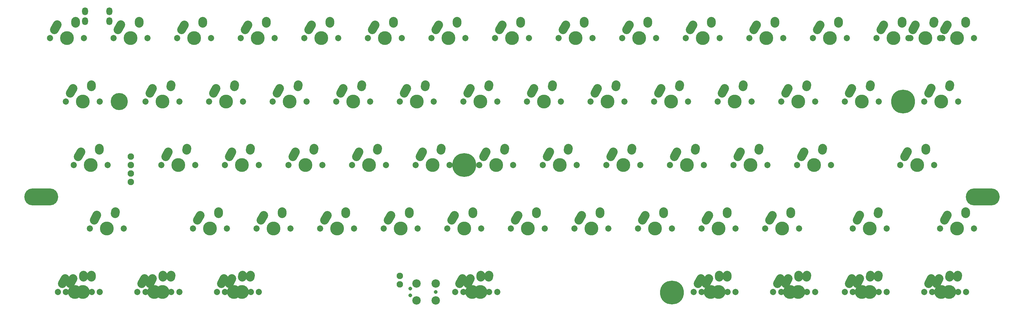
<source format=gts>
G04 #@! TF.FileFunction,Soldermask,Top*
%FSLAX46Y46*%
G04 Gerber Fmt 4.6, Leading zero omitted, Abs format (unit mm)*
G04 Created by KiCad (PCBNEW (2015-07-17 BZR 5958)-product) date 8/7/2015 2:15:52 AM*
%MOMM*%
G01*
G04 APERTURE LIST*
%ADD10C,0.150000*%
%ADD11C,7.152640*%
%ADD12C,5.153660*%
%ADD13O,10.152380X5.153660*%
%ADD14C,1.143010*%
%ADD15C,2.527310*%
%ADD16C,4.140210*%
%ADD17C,1.854210*%
%ADD18C,2.652400*%
%ADD19C,1.952400*%
%ADD20O,1.802400X2.352400*%
G04 APERTURE END LIST*
D10*
D11*
X190504000Y-111921000D03*
X252689000Y-150221000D03*
X321940000Y-92920800D03*
D12*
X87109300Y-92920800D03*
D13*
X63748900Y-121521000D03*
X345831000Y-121521000D03*
D14*
X181913000Y-150019000D03*
X174293000Y-149003000D03*
X174293000Y-151035000D03*
D15*
X181913000Y-147479000D03*
X176198000Y-147479000D03*
X181913000Y-152559000D03*
X176198000Y-152559000D03*
D16*
X71437500Y-73818800D03*
D17*
X66357500Y-73818800D03*
X76517500Y-73818800D03*
D18*
X68437953Y-69818846D02*
X67627047Y-71278754D01*
X73977224Y-68739472D02*
X73937776Y-69318128D01*
D16*
X90487500Y-73818800D03*
D17*
X85407500Y-73818800D03*
X95567500Y-73818800D03*
D18*
X87487953Y-69818846D02*
X86677047Y-71278754D01*
X93027224Y-68739472D02*
X92987776Y-69318128D01*
D16*
X109538000Y-73820000D03*
D17*
X104458000Y-73820000D03*
X114618000Y-73820000D03*
D18*
X106538453Y-69820046D02*
X105727547Y-71279954D01*
X112077724Y-68740672D02*
X112038276Y-69319328D01*
D16*
X128588000Y-73820000D03*
D17*
X123508000Y-73820000D03*
X133668000Y-73820000D03*
D18*
X125588453Y-69820046D02*
X124777547Y-71279954D01*
X131127724Y-68740672D02*
X131088276Y-69319328D01*
D16*
X147638000Y-73820000D03*
D17*
X142558000Y-73820000D03*
X152718000Y-73820000D03*
D18*
X144638453Y-69820046D02*
X143827547Y-71279954D01*
X150177724Y-68740672D02*
X150138276Y-69319328D01*
D16*
X166688000Y-73820000D03*
D17*
X161608000Y-73820000D03*
X171768000Y-73820000D03*
D18*
X163688453Y-69820046D02*
X162877547Y-71279954D01*
X169227724Y-68740672D02*
X169188276Y-69319328D01*
D16*
X185738000Y-73820000D03*
D17*
X180658000Y-73820000D03*
X190818000Y-73820000D03*
D18*
X182738453Y-69820046D02*
X181927547Y-71279954D01*
X188277724Y-68740672D02*
X188238276Y-69319328D01*
D16*
X204788000Y-73820000D03*
D17*
X199708000Y-73820000D03*
X209868000Y-73820000D03*
D18*
X201788453Y-69820046D02*
X200977547Y-71279954D01*
X207327724Y-68740672D02*
X207288276Y-69319328D01*
D16*
X223838000Y-73820000D03*
D17*
X218758000Y-73820000D03*
X228918000Y-73820000D03*
D18*
X220838453Y-69820046D02*
X220027547Y-71279954D01*
X226377724Y-68740672D02*
X226338276Y-69319328D01*
D16*
X242888000Y-73820000D03*
D17*
X237808000Y-73820000D03*
X247968000Y-73820000D03*
D18*
X239888453Y-69820046D02*
X239077547Y-71279954D01*
X245427724Y-68740672D02*
X245388276Y-69319328D01*
D16*
X261938000Y-73820000D03*
D17*
X256858000Y-73820000D03*
X267018000Y-73820000D03*
D18*
X258938453Y-69820046D02*
X258127547Y-71279954D01*
X264477724Y-68740672D02*
X264438276Y-69319328D01*
D16*
X280988000Y-73820000D03*
D17*
X275908000Y-73820000D03*
X286068000Y-73820000D03*
D18*
X277988453Y-69820046D02*
X277177547Y-71279954D01*
X283527724Y-68740672D02*
X283488276Y-69319328D01*
D16*
X300038000Y-73820000D03*
D17*
X294958000Y-73820000D03*
X305118000Y-73820000D03*
D18*
X297038453Y-69820046D02*
X296227547Y-71279954D01*
X302577724Y-68740672D02*
X302538276Y-69319328D01*
D16*
X319088000Y-73820000D03*
D17*
X314008000Y-73820000D03*
X324168000Y-73820000D03*
D18*
X316088453Y-69820046D02*
X315277547Y-71279954D01*
X321627724Y-68740672D02*
X321588276Y-69319328D01*
D16*
X338138000Y-73820000D03*
D17*
X333058000Y-73820000D03*
X343218000Y-73820000D03*
D18*
X335138453Y-69820046D02*
X334327547Y-71279954D01*
X340677724Y-68740672D02*
X340638276Y-69319328D01*
D16*
X76200000Y-92870000D03*
D17*
X71120000Y-92870000D03*
X81280000Y-92870000D03*
D18*
X73200453Y-88870046D02*
X72389547Y-90329954D01*
X78739724Y-87790672D02*
X78700276Y-88369328D01*
D16*
X100012000Y-92870000D03*
D17*
X94932000Y-92870000D03*
X105092000Y-92870000D03*
D18*
X97012453Y-88870046D02*
X96201547Y-90329954D01*
X102551724Y-87790672D02*
X102512276Y-88369328D01*
D16*
X119062000Y-92870000D03*
D17*
X113982000Y-92870000D03*
X124142000Y-92870000D03*
D18*
X116062453Y-88870046D02*
X115251547Y-90329954D01*
X121601724Y-87790672D02*
X121562276Y-88369328D01*
D16*
X138112000Y-92870000D03*
D17*
X133032000Y-92870000D03*
X143192000Y-92870000D03*
D18*
X135112453Y-88870046D02*
X134301547Y-90329954D01*
X140651724Y-87790672D02*
X140612276Y-88369328D01*
D16*
X157162000Y-92870000D03*
D17*
X152082000Y-92870000D03*
X162242000Y-92870000D03*
D18*
X154162453Y-88870046D02*
X153351547Y-90329954D01*
X159701724Y-87790672D02*
X159662276Y-88369328D01*
D16*
X176212000Y-92870000D03*
D17*
X171132000Y-92870000D03*
X181292000Y-92870000D03*
D18*
X173212453Y-88870046D02*
X172401547Y-90329954D01*
X178751724Y-87790672D02*
X178712276Y-88369328D01*
D16*
X195262000Y-92870000D03*
D17*
X190182000Y-92870000D03*
X200342000Y-92870000D03*
D18*
X192262453Y-88870046D02*
X191451547Y-90329954D01*
X197801724Y-87790672D02*
X197762276Y-88369328D01*
D16*
X214312000Y-92870000D03*
D17*
X209232000Y-92870000D03*
X219392000Y-92870000D03*
D18*
X211312453Y-88870046D02*
X210501547Y-90329954D01*
X216851724Y-87790672D02*
X216812276Y-88369328D01*
D16*
X233362000Y-92870000D03*
D17*
X228282000Y-92870000D03*
X238442000Y-92870000D03*
D18*
X230362453Y-88870046D02*
X229551547Y-90329954D01*
X235901724Y-87790672D02*
X235862276Y-88369328D01*
D16*
X252412000Y-92870000D03*
D17*
X247332000Y-92870000D03*
X257492000Y-92870000D03*
D18*
X249412453Y-88870046D02*
X248601547Y-90329954D01*
X254951724Y-87790672D02*
X254912276Y-88369328D01*
D16*
X271462000Y-92870000D03*
D17*
X266382000Y-92870000D03*
X276542000Y-92870000D03*
D18*
X268462453Y-88870046D02*
X267651547Y-90329954D01*
X274001724Y-87790672D02*
X273962276Y-88369328D01*
D16*
X290512000Y-92870000D03*
D17*
X285432000Y-92870000D03*
X295592000Y-92870000D03*
D18*
X287512453Y-88870046D02*
X286701547Y-90329954D01*
X293051724Y-87790672D02*
X293012276Y-88369328D01*
D16*
X309562000Y-92870000D03*
D17*
X304482000Y-92870000D03*
X314642000Y-92870000D03*
D18*
X306562453Y-88870046D02*
X305751547Y-90329954D01*
X312101724Y-87790672D02*
X312062276Y-88369328D01*
D16*
X333375000Y-92868800D03*
D17*
X328295000Y-92868800D03*
X338455000Y-92868800D03*
D18*
X330375453Y-88868846D02*
X329564547Y-90328754D01*
X335914724Y-87789472D02*
X335875276Y-88368128D01*
D16*
X78582500Y-111920000D03*
D17*
X73502500Y-111920000D03*
X83662500Y-111920000D03*
D18*
X75582953Y-107920046D02*
X74772047Y-109379954D01*
X81122224Y-106840672D02*
X81082776Y-107419328D01*
D16*
X104775000Y-111920000D03*
D17*
X99695000Y-111920000D03*
X109855000Y-111920000D03*
D18*
X101775453Y-107920046D02*
X100964547Y-109379954D01*
X107314724Y-106840672D02*
X107275276Y-107419328D01*
D16*
X123825000Y-111920000D03*
D17*
X118745000Y-111920000D03*
X128905000Y-111920000D03*
D18*
X120825453Y-107920046D02*
X120014547Y-109379954D01*
X126364724Y-106840672D02*
X126325276Y-107419328D01*
D16*
X142875000Y-111920000D03*
D17*
X137795000Y-111920000D03*
X147955000Y-111920000D03*
D18*
X139875453Y-107920046D02*
X139064547Y-109379954D01*
X145414724Y-106840672D02*
X145375276Y-107419328D01*
D16*
X161925000Y-111920000D03*
D17*
X156845000Y-111920000D03*
X167005000Y-111920000D03*
D18*
X158925453Y-107920046D02*
X158114547Y-109379954D01*
X164464724Y-106840672D02*
X164425276Y-107419328D01*
D16*
X180975000Y-111920000D03*
D17*
X175895000Y-111920000D03*
X186055000Y-111920000D03*
D18*
X177975453Y-107920046D02*
X177164547Y-109379954D01*
X183514724Y-106840672D02*
X183475276Y-107419328D01*
D16*
X200025000Y-111920000D03*
D17*
X194945000Y-111920000D03*
X205105000Y-111920000D03*
D18*
X197025453Y-107920046D02*
X196214547Y-109379954D01*
X202564724Y-106840672D02*
X202525276Y-107419328D01*
D16*
X219075000Y-111920000D03*
D17*
X213995000Y-111920000D03*
X224155000Y-111920000D03*
D18*
X216075453Y-107920046D02*
X215264547Y-109379954D01*
X221614724Y-106840672D02*
X221575276Y-107419328D01*
D16*
X238125000Y-111920000D03*
D17*
X233045000Y-111920000D03*
X243205000Y-111920000D03*
D18*
X235125453Y-107920046D02*
X234314547Y-109379954D01*
X240664724Y-106840672D02*
X240625276Y-107419328D01*
D16*
X257175000Y-111920000D03*
D17*
X252095000Y-111920000D03*
X262255000Y-111920000D03*
D18*
X254175453Y-107920046D02*
X253364547Y-109379954D01*
X259714724Y-106840672D02*
X259675276Y-107419328D01*
D16*
X276225000Y-111920000D03*
D17*
X271145000Y-111920000D03*
X281305000Y-111920000D03*
D18*
X273225453Y-107920046D02*
X272414547Y-109379954D01*
X278764724Y-106840672D02*
X278725276Y-107419328D01*
D16*
X295275000Y-111920000D03*
D17*
X290195000Y-111920000D03*
X300355000Y-111920000D03*
D18*
X292275453Y-107920046D02*
X291464547Y-109379954D01*
X297814724Y-106840672D02*
X297775276Y-107419328D01*
D16*
X326231000Y-111919000D03*
D17*
X321151000Y-111919000D03*
X331311000Y-111919000D03*
D18*
X323231453Y-107919046D02*
X322420547Y-109378954D01*
X328770724Y-106839672D02*
X328731276Y-107418328D01*
D16*
X83343800Y-130969000D03*
D17*
X78263800Y-130969000D03*
X88423800Y-130969000D03*
D18*
X80344253Y-126969046D02*
X79533347Y-128428954D01*
X85883524Y-125889672D02*
X85844076Y-126468328D01*
D16*
X114300000Y-130970000D03*
D17*
X109220000Y-130970000D03*
X119380000Y-130970000D03*
D18*
X111300453Y-126970046D02*
X110489547Y-128429954D01*
X116839724Y-125890672D02*
X116800276Y-126469328D01*
D16*
X133350000Y-130970000D03*
D17*
X128270000Y-130970000D03*
X138430000Y-130970000D03*
D18*
X130350453Y-126970046D02*
X129539547Y-128429954D01*
X135889724Y-125890672D02*
X135850276Y-126469328D01*
D16*
X152400000Y-130970000D03*
D17*
X147320000Y-130970000D03*
X157480000Y-130970000D03*
D18*
X149400453Y-126970046D02*
X148589547Y-128429954D01*
X154939724Y-125890672D02*
X154900276Y-126469328D01*
D16*
X171450000Y-130970000D03*
D17*
X166370000Y-130970000D03*
X176530000Y-130970000D03*
D18*
X168450453Y-126970046D02*
X167639547Y-128429954D01*
X173989724Y-125890672D02*
X173950276Y-126469328D01*
D16*
X190500000Y-130970000D03*
D17*
X185420000Y-130970000D03*
X195580000Y-130970000D03*
D18*
X187500453Y-126970046D02*
X186689547Y-128429954D01*
X193039724Y-125890672D02*
X193000276Y-126469328D01*
D16*
X209550000Y-130970000D03*
D17*
X204470000Y-130970000D03*
X214630000Y-130970000D03*
D18*
X206550453Y-126970046D02*
X205739547Y-128429954D01*
X212089724Y-125890672D02*
X212050276Y-126469328D01*
D16*
X228600000Y-130970000D03*
D17*
X223520000Y-130970000D03*
X233680000Y-130970000D03*
D18*
X225600453Y-126970046D02*
X224789547Y-128429954D01*
X231139724Y-125890672D02*
X231100276Y-126469328D01*
D16*
X247650000Y-130970000D03*
D17*
X242570000Y-130970000D03*
X252730000Y-130970000D03*
D18*
X244650453Y-126970046D02*
X243839547Y-128429954D01*
X250189724Y-125890672D02*
X250150276Y-126469328D01*
D16*
X266700000Y-130970000D03*
D17*
X261620000Y-130970000D03*
X271780000Y-130970000D03*
D18*
X263700453Y-126970046D02*
X262889547Y-128429954D01*
X269239724Y-125890672D02*
X269200276Y-126469328D01*
D16*
X285750000Y-130970000D03*
D17*
X280670000Y-130970000D03*
X290830000Y-130970000D03*
D18*
X282750453Y-126970046D02*
X281939547Y-128429954D01*
X288289724Y-125890672D02*
X288250276Y-126469328D01*
D16*
X311944000Y-130969000D03*
D17*
X306864000Y-130969000D03*
X317024000Y-130969000D03*
D18*
X308944453Y-126969046D02*
X308133547Y-128428954D01*
X314483724Y-125889672D02*
X314444276Y-126468328D01*
D16*
X338138000Y-130969000D03*
D17*
X333058000Y-130969000D03*
X343218000Y-130969000D03*
D18*
X335138453Y-126969046D02*
X334327547Y-128428954D01*
X340677724Y-125889672D02*
X340638276Y-126468328D01*
D16*
X76200000Y-150019000D03*
D17*
X71120000Y-150019000D03*
X81280000Y-150019000D03*
D18*
X73200453Y-146019046D02*
X72389547Y-147478954D01*
X78739724Y-144939672D02*
X78700276Y-145518328D01*
D16*
X100012000Y-150019000D03*
D17*
X94932000Y-150019000D03*
X105092000Y-150019000D03*
D18*
X97012453Y-146019046D02*
X96201547Y-147478954D01*
X102551724Y-144939672D02*
X102512276Y-145518328D01*
D16*
X123824000Y-150019000D03*
D17*
X118744000Y-150019000D03*
X128904000Y-150019000D03*
D18*
X120824453Y-146019046D02*
X120013547Y-147478954D01*
X126363724Y-144939672D02*
X126324276Y-145518328D01*
D16*
X195262000Y-150019000D03*
D17*
X190182000Y-150019000D03*
X200342000Y-150019000D03*
D18*
X192262453Y-146019046D02*
X191451547Y-147478954D01*
X197801724Y-144939672D02*
X197762276Y-145518328D01*
D16*
X266700000Y-150019000D03*
D17*
X261620000Y-150019000D03*
X271780000Y-150019000D03*
D18*
X263700453Y-146019046D02*
X262889547Y-147478954D01*
X269239724Y-144939672D02*
X269200276Y-145518328D01*
D16*
X290512000Y-150019000D03*
D17*
X285432000Y-150019000D03*
X295592000Y-150019000D03*
D18*
X287512453Y-146019046D02*
X286701547Y-147478954D01*
X293051724Y-144939672D02*
X293012276Y-145518328D01*
D16*
X309562000Y-150019000D03*
D17*
X304482000Y-150019000D03*
X314642000Y-150019000D03*
D18*
X306562453Y-146019046D02*
X305751547Y-147478954D01*
X312101724Y-144939672D02*
X312062276Y-145518328D01*
D16*
X333375000Y-150019000D03*
D17*
X328295000Y-150019000D03*
X338455000Y-150019000D03*
D18*
X330375453Y-146019046D02*
X329564547Y-147478954D01*
X335914724Y-144939672D02*
X335875276Y-145518328D01*
D16*
X73831400Y-150019000D03*
D17*
X68751400Y-150019000D03*
X78911400Y-150019000D03*
D18*
X70831853Y-146019046D02*
X70020947Y-147478954D01*
X76371124Y-144939672D02*
X76331676Y-145518328D01*
D16*
X97631200Y-150019000D03*
D17*
X92551200Y-150019000D03*
X102711200Y-150019000D03*
D18*
X94631653Y-146019046D02*
X93820747Y-147478954D01*
X100170924Y-144939672D02*
X100131476Y-145518328D01*
D16*
X121444000Y-150019000D03*
D17*
X116364000Y-150019000D03*
X126524000Y-150019000D03*
D18*
X118444453Y-146019046D02*
X117633547Y-147478954D01*
X123983724Y-144939672D02*
X123944276Y-145518328D01*
D16*
X192875000Y-150019000D03*
D17*
X187795000Y-150019000D03*
X197955000Y-150019000D03*
D18*
X189875453Y-146019046D02*
X189064547Y-147478954D01*
X195414724Y-144939672D02*
X195375276Y-145518328D01*
D16*
X264306000Y-150019000D03*
D17*
X259226000Y-150019000D03*
X269386000Y-150019000D03*
D18*
X261306453Y-146019046D02*
X260495547Y-147478954D01*
X266845724Y-144939672D02*
X266806276Y-145518328D01*
D16*
X288119000Y-150019000D03*
D17*
X283039000Y-150019000D03*
X293199000Y-150019000D03*
D18*
X285119453Y-146019046D02*
X284308547Y-147478954D01*
X290658724Y-144939672D02*
X290619276Y-145518328D01*
D16*
X311931000Y-150019000D03*
D17*
X306851000Y-150019000D03*
X317011000Y-150019000D03*
D18*
X308931453Y-146019046D02*
X308120547Y-147478954D01*
X314470724Y-144939672D02*
X314431276Y-145518328D01*
D16*
X335744000Y-150019000D03*
D17*
X330664000Y-150019000D03*
X340824000Y-150019000D03*
D18*
X332744453Y-146019046D02*
X331933547Y-147478954D01*
X338283724Y-144939672D02*
X338244276Y-145518328D01*
D19*
X171186000Y-147734000D03*
X171186000Y-145194000D03*
X90606900Y-109365000D03*
X90606900Y-111905000D03*
X90606900Y-114445000D03*
X90606900Y-116985000D03*
D20*
X76860000Y-68720000D03*
X84160000Y-68720000D03*
X84160000Y-65820000D03*
X76860000Y-65820000D03*
D16*
X328613000Y-73820000D03*
D17*
X323533000Y-73820000D03*
X333693000Y-73820000D03*
D18*
X325613453Y-69820046D02*
X324802547Y-71279954D01*
X331152724Y-68740672D02*
X331113276Y-69319328D01*
M02*

</source>
